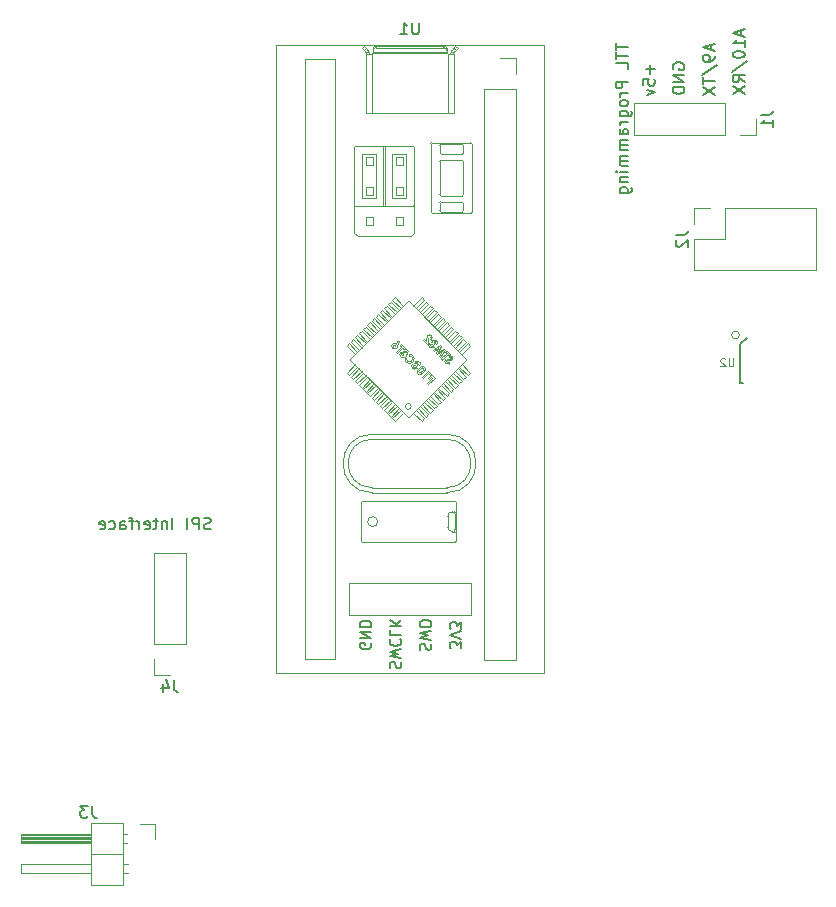
<source format=gbr>
%TF.GenerationSoftware,KiCad,Pcbnew,(5.1.9)-1*%
%TF.CreationDate,2021-06-17T08:41:36-07:00*%
%TF.ProjectId,knob_v1,6b6e6f62-5f76-4312-9e6b-696361645f70,rev?*%
%TF.SameCoordinates,Original*%
%TF.FileFunction,Legend,Bot*%
%TF.FilePolarity,Positive*%
%FSLAX46Y46*%
G04 Gerber Fmt 4.6, Leading zero omitted, Abs format (unit mm)*
G04 Created by KiCad (PCBNEW (5.1.9)-1) date 2021-06-17 08:41:36*
%MOMM*%
%LPD*%
G01*
G04 APERTURE LIST*
%ADD10C,0.120000*%
%ADD11C,0.127000*%
%ADD12C,0.100000*%
%ADD13C,0.150000*%
%ADD14C,0.015000*%
G04 APERTURE END LIST*
D10*
%TO.C,J1*%
X133410000Y-52130000D02*
X133410000Y-50800000D01*
X132080000Y-52130000D02*
X133410000Y-52130000D01*
X130810000Y-52130000D02*
X130810000Y-49470000D01*
X130810000Y-49470000D02*
X123130000Y-49470000D01*
X130810000Y-52130000D02*
X123130000Y-52130000D01*
X123130000Y-52130000D02*
X123130000Y-49470000D01*
D11*
%TO.C,U2*%
X132120000Y-73120000D02*
X132320000Y-73120000D01*
D12*
X132029200Y-69088000D02*
G75*
G03*
X132029200Y-69088000I-330200J0D01*
G01*
D11*
X132120000Y-69851090D02*
X132120000Y-73120000D01*
X132651090Y-69320000D02*
X132120000Y-69851090D01*
D10*
%TO.C,U1*%
X115515000Y-44545000D02*
X92765000Y-44545000D01*
X92765000Y-44545000D02*
X92765000Y-97695000D01*
X92765000Y-97695000D02*
X115515000Y-97695000D01*
X115515000Y-97695000D02*
X115515000Y-44545000D01*
X109280000Y-90110000D02*
X109280000Y-92770000D01*
X109280000Y-92770000D02*
X99000000Y-92770000D01*
X99000000Y-92770000D02*
X99000000Y-90110000D01*
X99000000Y-90110000D02*
X109280000Y-90110000D01*
X113090000Y-48260000D02*
X110430000Y-48260000D01*
X110430000Y-48260000D02*
X110430000Y-96580000D01*
X110430000Y-96580000D02*
X113090000Y-96580000D01*
X113090000Y-96580000D02*
X113090000Y-48260000D01*
X97790000Y-45720000D02*
X95250000Y-45720000D01*
X95250000Y-45720000D02*
X95250000Y-96520000D01*
X95250000Y-96520000D02*
X97790000Y-96520000D01*
X97790000Y-96520000D02*
X97790000Y-45720000D01*
X113090000Y-46990000D02*
X113090000Y-45660000D01*
X113090000Y-45660000D02*
X111760000Y-45660000D01*
X104062414Y-70845152D02*
X104204997Y-70866234D01*
X104204997Y-70866234D02*
X104299745Y-70928229D01*
X103710773Y-71061449D02*
X103744488Y-71259237D01*
X103744488Y-71259237D02*
X103835175Y-71388337D01*
X104391214Y-70829323D02*
X104217824Y-70725568D01*
X104217824Y-70725568D02*
X104059333Y-70708639D01*
X105664665Y-69509978D02*
X105679950Y-69358478D01*
X105679950Y-69358478D02*
X105732975Y-69252569D01*
X105872888Y-69251400D02*
X105897702Y-69297327D01*
X105897702Y-69297327D02*
X105894449Y-69349758D01*
X105894449Y-69349758D02*
X105851109Y-69419996D01*
X100443573Y-45261500D02*
X100448514Y-45269669D01*
X100448514Y-45269669D02*
X100450104Y-45270000D01*
X107836428Y-45261500D02*
X107831487Y-45269669D01*
X107831487Y-45269669D02*
X107829897Y-45270000D01*
X107426377Y-71403210D02*
X107335815Y-71413743D01*
X107335815Y-71413743D02*
X107301068Y-71404597D01*
X107301068Y-71404597D02*
X107271485Y-71384300D01*
X107347974Y-71105962D02*
X107241602Y-71124959D01*
X107241602Y-71124959D02*
X107171517Y-71172784D01*
X107477476Y-71113080D02*
X107405003Y-71108084D01*
X107405003Y-71108084D02*
X107347974Y-71105962D01*
X107617920Y-71116692D02*
X107539245Y-71116718D01*
X107539245Y-71116718D02*
X107477476Y-71113080D01*
X107652128Y-71100119D02*
X107634259Y-71112121D01*
X107634259Y-71112121D02*
X107617920Y-71116692D01*
X101406731Y-84892809D02*
G75*
G03*
X101406731Y-84892809I-425876J0D01*
G01*
X106388239Y-69861938D02*
X106428729Y-69790832D01*
X106428729Y-69790832D02*
X106441038Y-69727762D01*
X106441038Y-69727762D02*
X106420541Y-69627095D01*
X106420541Y-69627095D02*
X106373153Y-69561290D01*
X105908158Y-69866081D02*
X105932668Y-69848131D01*
X105932668Y-69848131D02*
X105961549Y-69838751D01*
X105961549Y-69838751D02*
X106021848Y-69843606D01*
X106021848Y-69843606D02*
X106123073Y-69909532D01*
X106211462Y-69821144D02*
X106159778Y-69742287D01*
X106159778Y-69742287D02*
X106154863Y-69695506D01*
X106154863Y-69695506D02*
X106161601Y-69672842D01*
X106161601Y-69672842D02*
X106175129Y-69653503D01*
X104255502Y-75138576D02*
G75*
G03*
X104255502Y-75138576I-250000J0D01*
G01*
X102984543Y-70206037D02*
X103042341Y-70117483D01*
X103042341Y-70117483D02*
X103071551Y-70039140D01*
X103627271Y-70365603D02*
X103577565Y-70445782D01*
X103577565Y-70445782D02*
X103564486Y-70519327D01*
X103715128Y-70944058D02*
X103777392Y-70835031D01*
X103777392Y-70835031D02*
X103780888Y-70735729D01*
X103780888Y-70735729D02*
X103873505Y-70713372D01*
X103873505Y-70713372D02*
X103934718Y-70670075D01*
X104391214Y-70829323D02*
X104217824Y-70725568D01*
X104217824Y-70725568D02*
X104059333Y-70708639D01*
X104062414Y-70845152D02*
X104204997Y-70866234D01*
X104204997Y-70866234D02*
X104299745Y-70928229D01*
X103710773Y-71061449D02*
X103744488Y-71259237D01*
X103744488Y-71259237D02*
X103835175Y-71388337D01*
X104926431Y-71650102D02*
X104966921Y-71578996D01*
X104966921Y-71578996D02*
X104979231Y-71515926D01*
X104979231Y-71515926D02*
X104958734Y-71415259D01*
X104958734Y-71415259D02*
X104911346Y-71349455D01*
X104446351Y-71654246D02*
X104470861Y-71636296D01*
X104470861Y-71636296D02*
X104499742Y-71626916D01*
X104499742Y-71626916D02*
X104560041Y-71631770D01*
X104560041Y-71631770D02*
X104661266Y-71697696D01*
X104749655Y-71609308D02*
X104697971Y-71530451D01*
X104697971Y-71530451D02*
X104693056Y-71483670D01*
X104693056Y-71483670D02*
X104699794Y-71461006D01*
X104699794Y-71461006D02*
X104713322Y-71441667D01*
X105395463Y-71977840D02*
X105387224Y-71853010D01*
X105387224Y-71853010D02*
X105332571Y-71770680D01*
X105332571Y-71770680D02*
X105280267Y-71729572D01*
X105280267Y-71729572D02*
X105218652Y-71704728D01*
X105218652Y-71704728D02*
X105152391Y-71700244D01*
X105152391Y-71700244D02*
X105087430Y-71714603D01*
X105087430Y-71714603D02*
X104971541Y-71779465D01*
X104971541Y-71779465D02*
X104871826Y-71867886D01*
X104871826Y-71867886D02*
X104783780Y-71967084D01*
X104783780Y-71967084D02*
X104718767Y-72082190D01*
X104718767Y-72082190D02*
X104703116Y-72146539D01*
X104703116Y-72146539D02*
X104705874Y-72212564D01*
X104705874Y-72212564D02*
X104730965Y-72273696D01*
X104730965Y-72273696D02*
X104772283Y-72325445D01*
X104772283Y-72325445D02*
X104823582Y-72366557D01*
X104823582Y-72366557D02*
X104883974Y-72392241D01*
X104883974Y-72392241D02*
X104949406Y-72397266D01*
X104949406Y-72397266D02*
X105013729Y-72383761D01*
X105013729Y-72383761D02*
X105128685Y-72320602D01*
X105128685Y-72320602D02*
X105227185Y-72233232D01*
X105227185Y-72233232D02*
X105339199Y-72101107D01*
X105339199Y-72101107D02*
X105395463Y-71977840D01*
X105872888Y-69251400D02*
X105897702Y-69297327D01*
X105897702Y-69297327D02*
X105894449Y-69349758D01*
X105894449Y-69349758D02*
X105851109Y-69419996D01*
X105664665Y-69509978D02*
X105679950Y-69358478D01*
X105679950Y-69358478D02*
X105732975Y-69252569D01*
X106388239Y-69861938D02*
X106428729Y-69790832D01*
X106428729Y-69790832D02*
X106441038Y-69727762D01*
X106441038Y-69727762D02*
X106420541Y-69627095D01*
X106420541Y-69627095D02*
X106373153Y-69561290D01*
X105908158Y-69866081D02*
X105932668Y-69848131D01*
X105932668Y-69848131D02*
X105961549Y-69838751D01*
X105961549Y-69838751D02*
X106021848Y-69843606D01*
X106021848Y-69843606D02*
X106123073Y-69909532D01*
X106211462Y-69821144D02*
X106159778Y-69742287D01*
X106159778Y-69742287D02*
X106154863Y-69695506D01*
X106154863Y-69695506D02*
X106161601Y-69672842D01*
X106161601Y-69672842D02*
X106175129Y-69653503D01*
X107652128Y-71100119D02*
X107634259Y-71112121D01*
X107634259Y-71112121D02*
X107617920Y-71116692D01*
X107617920Y-71116692D02*
X107539245Y-71116718D01*
X107539245Y-71116718D02*
X107477476Y-71113080D01*
X107477476Y-71113080D02*
X107405003Y-71108084D01*
X107405003Y-71108084D02*
X107347974Y-71105962D01*
X107347974Y-71105962D02*
X107241602Y-71124959D01*
X107241602Y-71124959D02*
X107171517Y-71172784D01*
X107426377Y-71403210D02*
X107335815Y-71413743D01*
X107335815Y-71413743D02*
X107301068Y-71404597D01*
X107301068Y-71404597D02*
X107271485Y-71384300D01*
X104967013Y-71963074D02*
X105088611Y-71862563D01*
X105088611Y-71862563D02*
X105162911Y-71837809D01*
X105162911Y-71837809D02*
X105201944Y-71842479D01*
X105201944Y-71842479D02*
X105235047Y-71863531D01*
X105235047Y-71863531D02*
X105257419Y-71897552D01*
X105257419Y-71897552D02*
X105263953Y-71937725D01*
X105263953Y-71937725D02*
X105236153Y-72013989D01*
X105236153Y-72013989D02*
X105130936Y-72139107D01*
X105130936Y-72139107D02*
X105011238Y-72236368D01*
X105011238Y-72236368D02*
X104937879Y-72258209D01*
X104937879Y-72258209D02*
X104899962Y-72251859D01*
X104899962Y-72251859D02*
X104867895Y-72230682D01*
X104846223Y-72136132D02*
X104904183Y-72032677D01*
X104904183Y-72032677D02*
X104967013Y-71963074D01*
X103627271Y-70365603D02*
X103577565Y-70445782D01*
X103577565Y-70445782D02*
X103564486Y-70519327D01*
X103780888Y-70735729D02*
X103873505Y-70713372D01*
X103873505Y-70713372D02*
X103934718Y-70670075D01*
X103715128Y-70944058D02*
X103777392Y-70835031D01*
X103777392Y-70835031D02*
X103780888Y-70735729D01*
X104749655Y-71609308D02*
X104697971Y-71530451D01*
X104697971Y-71530451D02*
X104693056Y-71483670D01*
X104693056Y-71483670D02*
X104699794Y-71461006D01*
X104699794Y-71461006D02*
X104713322Y-71441667D01*
X104446351Y-71654246D02*
X104470861Y-71636296D01*
X104470861Y-71636296D02*
X104499742Y-71626916D01*
X104499742Y-71626916D02*
X104560041Y-71631770D01*
X104560041Y-71631770D02*
X104661266Y-71697696D01*
X104979231Y-71515926D02*
X104958734Y-71415259D01*
X104958734Y-71415259D02*
X104911346Y-71349455D01*
X104926431Y-71650102D02*
X104966921Y-71578996D01*
X104966921Y-71578996D02*
X104979231Y-71515926D01*
X105395463Y-71977840D02*
X105387224Y-71853010D01*
X105387224Y-71853010D02*
X105332571Y-71770680D01*
X105227185Y-72233232D02*
X105339199Y-72101107D01*
X105339199Y-72101107D02*
X105395463Y-71977840D01*
X104772283Y-72325445D02*
X104823582Y-72366557D01*
X104823582Y-72366557D02*
X104883974Y-72392241D01*
X104883974Y-72392241D02*
X104949406Y-72397266D01*
X104949406Y-72397266D02*
X105013729Y-72383761D01*
X105013729Y-72383761D02*
X105128685Y-72320602D01*
X105128685Y-72320602D02*
X105227185Y-72233232D01*
X104871826Y-71867886D02*
X104783780Y-71967084D01*
X104783780Y-71967084D02*
X104718767Y-72082190D01*
X104718767Y-72082190D02*
X104703116Y-72146539D01*
X104703116Y-72146539D02*
X104705874Y-72212564D01*
X104705874Y-72212564D02*
X104730965Y-72273696D01*
X104730965Y-72273696D02*
X104772283Y-72325445D01*
X105332571Y-71770680D02*
X105280267Y-71729572D01*
X105280267Y-71729572D02*
X105218652Y-71704728D01*
X105218652Y-71704728D02*
X105152391Y-71700244D01*
X105152391Y-71700244D02*
X105087430Y-71714603D01*
X105087430Y-71714603D02*
X104971541Y-71779465D01*
X104971541Y-71779465D02*
X104871826Y-71867886D01*
X105235047Y-71863531D02*
X105257419Y-71897552D01*
X105257419Y-71897552D02*
X105263953Y-71937725D01*
X105263953Y-71937725D02*
X105236153Y-72013989D01*
X105236153Y-72013989D02*
X105130936Y-72139107D01*
X104967013Y-71963074D02*
X105088611Y-71862563D01*
X105088611Y-71862563D02*
X105162911Y-71837809D01*
X105162911Y-71837809D02*
X105201944Y-71842479D01*
X105201944Y-71842479D02*
X105235047Y-71863531D01*
X104846223Y-72136132D02*
X104904183Y-72032677D01*
X104904183Y-72032677D02*
X104967013Y-71963074D01*
X105130936Y-72139107D02*
X105011238Y-72236368D01*
X105011238Y-72236368D02*
X104937879Y-72258209D01*
X104937879Y-72258209D02*
X104899962Y-72251859D01*
X104899962Y-72251859D02*
X104867895Y-72230682D01*
X102984543Y-70206037D02*
X103042341Y-70117483D01*
X103042341Y-70117483D02*
X103071551Y-70039140D01*
X101300000Y-53770000D02*
X100100000Y-53770000D01*
X101300000Y-57510000D02*
X101300000Y-53770000D01*
X101870000Y-53149500D02*
X101870000Y-58180000D01*
X99530000Y-58180000D02*
X102070000Y-58180000D01*
X99430000Y-53200000D02*
X99430000Y-58080000D01*
X100100000Y-57510000D02*
X101300000Y-57510000D01*
X100100000Y-53770000D02*
X100100000Y-57510000D01*
X105694730Y-73220695D02*
X106225060Y-72690365D01*
X105599542Y-73125508D02*
X105694730Y-73220695D01*
X105837511Y-72887539D02*
X105599542Y-73125508D01*
X105674333Y-72724361D02*
X105837511Y-72887539D01*
X105769520Y-72629173D02*
X105674333Y-72724361D01*
X105932699Y-72792352D02*
X105769520Y-72629173D01*
X106034685Y-72690365D02*
X105932699Y-72792352D01*
X105871507Y-72527187D02*
X106034685Y-72690365D01*
X105966694Y-72431999D02*
X105871507Y-72527187D01*
X106225060Y-72690365D02*
X105966694Y-72431999D01*
X102070000Y-58180000D02*
X104410000Y-58180000D01*
X103840000Y-53770000D02*
X102640000Y-53770000D01*
X103840000Y-57510000D02*
X103840000Y-53770000D01*
X104410000Y-53100000D02*
X99530000Y-53100000D01*
X102640000Y-53770000D02*
X102640000Y-57510000D01*
X102070000Y-58180000D02*
X102070000Y-53100000D01*
X102640000Y-57510000D02*
X103840000Y-57510000D01*
X104510000Y-58080000D02*
X104510000Y-53200000D01*
X104511000Y-53492003D02*
X104511000Y-53681106D01*
X104511000Y-54304503D02*
X104511000Y-54349375D01*
X104511000Y-54221170D02*
X104511000Y-54255124D01*
X104059333Y-70708639D02*
X104062414Y-70845152D01*
X103849517Y-71058049D02*
X103710773Y-71061449D01*
X107523689Y-70739023D02*
X107238126Y-70453460D01*
X107238126Y-70453460D02*
X107142939Y-70548648D01*
X107142939Y-70548648D02*
X107238126Y-70643835D01*
X107238126Y-70643835D02*
X106802984Y-71078978D01*
X106802984Y-71078978D02*
X106898171Y-71174165D01*
X106898171Y-71174165D02*
X107333314Y-70739023D01*
X107333314Y-70739023D02*
X107428501Y-70834210D01*
X107428501Y-70834210D02*
X107523689Y-70739023D01*
X105851109Y-69419996D02*
X105946297Y-69515184D01*
X105527727Y-69500098D02*
X105519653Y-69618870D01*
X105519653Y-69618870D02*
X105341177Y-69440394D01*
X105341177Y-69440394D02*
X105252788Y-69528782D01*
X105252788Y-69528782D02*
X105606342Y-69882336D01*
X105606342Y-69882336D02*
X105654573Y-69834104D01*
X105654573Y-69834104D02*
X105664665Y-69509978D01*
X107252050Y-77912588D02*
X100952050Y-77912588D01*
X100952050Y-82012588D02*
X107252050Y-82012588D01*
X100952050Y-77487588D02*
X107252050Y-77487588D01*
X107252050Y-82437588D02*
X100952050Y-82437588D01*
X107240000Y-45105431D02*
X101040000Y-45105431D01*
X107240000Y-44824789D02*
X107240000Y-45170000D01*
X101290000Y-44763395D02*
X106990000Y-44763395D01*
X101040000Y-44824789D02*
X101040000Y-45170000D01*
X101290000Y-44763395D02*
X101290000Y-44620000D01*
X106990000Y-44763395D02*
X106990000Y-44620000D01*
X101290000Y-44620000D02*
X106990000Y-44620000D01*
X101001536Y-45248825D02*
X107278465Y-45248825D01*
X107340000Y-45270000D02*
X107336411Y-45269936D01*
X100940000Y-45270000D02*
X100943590Y-45269936D01*
X100943590Y-45269936D02*
X100943590Y-50280000D01*
X100450104Y-45270000D02*
X100940000Y-45270000D01*
X100443590Y-45264425D02*
X100443573Y-45261500D01*
X100443590Y-45264425D02*
X100443590Y-50270000D01*
X107829897Y-45270000D02*
X107340000Y-45270000D01*
X100443590Y-50270000D02*
X107836411Y-50270000D01*
X107836411Y-45264425D02*
X107836411Y-50270000D01*
X107836411Y-45264425D02*
X107836428Y-45261500D01*
X107336411Y-45269936D02*
X107336411Y-50280000D01*
X100689989Y-50280000D02*
X107590012Y-50280000D01*
X100680729Y-45170000D02*
X100425073Y-45170000D01*
X100689989Y-45270000D02*
X100689989Y-45265785D01*
X107590012Y-45270000D02*
X107590012Y-45265785D01*
X107599272Y-45170000D02*
X107854928Y-45170000D01*
X100565143Y-44935241D02*
X100287388Y-44620000D01*
X100267785Y-44970469D02*
X100452660Y-44807578D01*
X100287388Y-44620000D02*
X100102513Y-44782892D01*
X100102513Y-44782892D02*
X100381167Y-45099153D01*
X108177488Y-44782892D02*
X107898834Y-45099153D01*
X107992613Y-44620000D02*
X108177488Y-44782892D01*
X107714858Y-44935241D02*
X107992613Y-44620000D01*
X108012216Y-44970469D02*
X107827341Y-44807578D01*
X106002467Y-52792277D02*
X109302467Y-52792277D01*
X109302467Y-58792277D02*
X106002467Y-58792277D01*
X109402467Y-52892277D02*
X109402467Y-58692277D01*
X105902467Y-58692277D02*
X105902467Y-52892277D01*
X108652467Y-53692277D02*
X108652467Y-53042277D01*
X106652467Y-53042277D02*
X106652467Y-53692277D01*
X108552467Y-52942277D02*
X106752467Y-52942277D01*
X106752467Y-53792277D02*
X108552467Y-53792277D01*
X106652467Y-54392277D02*
X106652467Y-57192277D01*
X108652467Y-57192277D02*
X108652467Y-54392277D01*
X108552467Y-54292277D02*
X106752467Y-54292277D01*
X106752467Y-57292277D02*
X108552467Y-57292277D01*
X108652467Y-58542277D02*
X108652467Y-57892277D01*
X106752467Y-58642277D02*
X108552467Y-58642277D01*
X108552467Y-57792277D02*
X106752467Y-57792277D01*
X106652467Y-57892277D02*
X106652467Y-58542277D01*
X105997983Y-52792378D02*
X106002467Y-52792277D01*
X107459841Y-71537174D02*
X107426377Y-71403210D01*
X107507222Y-70864275D02*
X107513278Y-71000576D01*
X107739226Y-84051767D02*
X107925812Y-84051767D01*
X107925812Y-85733851D02*
X107739226Y-85733851D01*
X107339226Y-84451767D02*
X107339226Y-85333851D01*
X108032280Y-83242190D02*
X108032282Y-83242809D01*
X107948200Y-85533851D02*
X107948200Y-84251767D01*
X108032282Y-83242809D02*
X108032282Y-86542809D01*
X100131663Y-83142811D02*
X100132282Y-83142809D01*
X107932282Y-83142809D02*
X107932900Y-83142811D01*
X107932282Y-83142809D02*
X100132282Y-83142809D01*
X100032282Y-83242809D02*
X100032283Y-83242190D01*
X100032282Y-83242809D02*
X100032282Y-86542809D01*
X107932900Y-86642807D02*
X107932282Y-86642809D01*
X107932282Y-86642809D02*
X100132282Y-86642809D01*
X100132282Y-86642809D02*
X100131663Y-86642807D01*
X101532282Y-83132809D02*
X101032282Y-83132809D01*
X106532282Y-83132809D02*
X107032282Y-83132809D01*
X100131334Y-86642804D02*
X100132282Y-86642809D01*
X102428528Y-53099000D02*
X102617631Y-53099000D01*
X100381802Y-56591801D02*
X100381802Y-57228198D01*
X101018199Y-54688198D02*
X101018199Y-54051801D01*
X102921802Y-59131801D02*
X102921802Y-59768198D01*
X103558199Y-59131801D02*
X102921802Y-59131801D01*
X100381802Y-54051801D02*
X100381802Y-54688198D01*
X102921802Y-56591801D02*
X102921802Y-57228198D01*
X103558199Y-56591801D02*
X102921802Y-56591801D01*
X103558199Y-57228198D02*
X103558199Y-56591801D01*
X100381802Y-54688198D02*
X101018199Y-54688198D01*
X101018199Y-57228198D02*
X101018199Y-56591801D01*
X103558199Y-59768198D02*
X103558199Y-59131801D01*
X101018199Y-59768198D02*
X101018199Y-59131801D01*
X101018199Y-56591801D02*
X100381802Y-56591801D01*
X100381802Y-59131801D02*
X100381802Y-59768198D01*
X101018199Y-59131801D02*
X100381802Y-59131801D01*
X102921802Y-59768198D02*
X103558199Y-59768198D01*
X100381802Y-59768198D02*
X101018199Y-59768198D01*
X102921802Y-54688198D02*
X103558199Y-54688198D01*
X103558199Y-54688198D02*
X103558199Y-54051801D01*
X104210000Y-60720000D02*
X99730000Y-60720000D01*
X99430000Y-60420000D02*
X99430000Y-58480000D01*
X99730000Y-60720000D02*
X99430000Y-60420000D01*
X99430000Y-58480000D02*
X99430000Y-58080000D01*
X104510000Y-58080000D02*
X104510000Y-58480000D01*
X104510000Y-60420000D02*
X104210000Y-60720000D01*
X104510000Y-58480000D02*
X104510000Y-60420000D01*
X102921802Y-57228198D02*
X103558199Y-57228198D01*
X100381802Y-57228198D02*
X101018199Y-57228198D01*
X102921802Y-54051801D02*
X102921802Y-54688198D01*
X103558199Y-54051801D02*
X102921802Y-54051801D01*
X101018199Y-54051801D02*
X100381802Y-54051801D01*
X106293051Y-69766751D02*
X106388239Y-69861938D01*
X106177466Y-70127103D02*
X106082279Y-70031916D01*
X106123073Y-69909532D02*
X106211462Y-69821144D01*
X105667534Y-72132839D02*
X105137203Y-72663169D01*
X106584138Y-70860132D02*
X106680600Y-70956594D01*
X106680600Y-70956594D02*
X107121373Y-70336707D01*
X106862582Y-70468652D02*
X106584138Y-70860132D01*
X106417985Y-70693979D02*
X106862582Y-70468652D01*
X106325134Y-70601128D02*
X106417985Y-70693979D01*
X106549823Y-70155893D02*
X106325134Y-70601128D01*
X106158238Y-70434231D02*
X106549823Y-70155893D01*
X106061882Y-70337875D02*
X106158238Y-70434231D01*
X106681875Y-69897209D02*
X106061882Y-70337875D01*
X106779718Y-69995052D02*
X106681875Y-69897209D01*
X106531657Y-70486818D02*
X106779718Y-69995052D01*
X107022574Y-70237907D02*
X106531657Y-70486818D01*
X107121373Y-70336707D02*
X107022574Y-70237907D01*
X105783118Y-72425200D02*
X105814670Y-72279976D01*
X105674333Y-72316415D02*
X105783118Y-72425200D01*
X105232391Y-72758356D02*
X105674333Y-72316415D01*
X105137203Y-72663169D02*
X105232391Y-72758356D01*
X105814670Y-72279976D02*
X105667534Y-72132839D01*
X104055502Y-76038324D02*
X103955502Y-76038324D01*
X108905250Y-71188576D02*
X104055502Y-76038324D01*
X104055502Y-66238829D02*
X108905250Y-71088576D01*
X99105755Y-71188576D02*
X103955502Y-76038324D01*
X99105755Y-71088576D02*
X103955502Y-66238829D01*
X108905250Y-71188576D02*
X108905250Y-71088576D01*
X103955502Y-66238829D02*
X104055502Y-66238829D01*
X99105755Y-71088576D02*
X99105755Y-71188576D01*
X108177432Y-73330607D02*
X107470326Y-72623500D01*
X107823879Y-73684161D02*
X107116772Y-72977054D01*
X101813471Y-75310506D02*
X102520578Y-74603399D01*
X107611747Y-68380860D02*
X106904640Y-69087967D01*
X109025961Y-72482079D02*
X108318854Y-71774972D01*
X99833572Y-68946545D02*
X100540679Y-69653652D01*
X101601339Y-67178778D02*
X102308446Y-67885885D01*
X100045704Y-73542739D02*
X100752811Y-72835632D01*
X107823879Y-68592992D02*
X107116772Y-69300099D01*
X102874132Y-76371166D02*
X103581238Y-75664060D01*
X101601339Y-75098374D02*
X102308446Y-74391267D01*
X107116772Y-67885885D02*
X106409666Y-68592992D01*
X100045704Y-68734413D02*
X100752811Y-69441520D01*
X99126466Y-69653652D02*
X99833572Y-70360759D01*
X109238093Y-72269947D02*
X108530986Y-71562840D01*
X98985044Y-69795073D02*
X99692151Y-70502180D01*
X106197533Y-66966646D02*
X105490427Y-67673753D01*
X101106365Y-74603399D02*
X101813471Y-73896293D01*
X105490427Y-76017613D02*
X104783320Y-75310506D01*
X105136873Y-76371166D02*
X104429767Y-75664060D01*
X105490427Y-66259539D02*
X104783320Y-66966646D01*
X102874132Y-65905986D02*
X103581238Y-66613093D01*
X106409666Y-67178778D02*
X105702559Y-67885885D01*
X101459918Y-74956953D02*
X102167025Y-74249846D01*
X102520578Y-76017613D02*
X103227685Y-75310506D01*
X106904640Y-67673753D02*
X106197533Y-68380860D01*
X101813471Y-66966646D02*
X102520578Y-67673753D01*
X107965300Y-68734413D02*
X107258194Y-69441520D01*
X98772912Y-70007205D02*
X99480019Y-70714312D01*
X102167025Y-75664060D02*
X102874132Y-74956953D01*
X105702559Y-75805481D02*
X104995452Y-75098374D01*
X106551087Y-67320200D02*
X105843980Y-68027306D01*
X102308446Y-66471671D02*
X103015553Y-67178778D01*
X100399258Y-73896293D02*
X101106365Y-73189186D01*
X105349005Y-76159034D02*
X104641899Y-75451928D01*
X98985044Y-72482079D02*
X99692151Y-71774972D01*
X98772912Y-72269947D02*
X99480019Y-71562840D01*
X99338598Y-69441520D02*
X100045704Y-70148627D01*
X99833572Y-73330607D02*
X100540679Y-72623500D01*
X105843980Y-75664060D02*
X105136873Y-74956953D01*
X102167025Y-66613093D02*
X102874132Y-67320200D01*
X107116772Y-74391267D02*
X106409666Y-73684161D01*
X101106365Y-67673753D02*
X101813471Y-68380860D01*
X100894233Y-67885885D02*
X101601339Y-68592992D01*
X102308446Y-75805481D02*
X103015553Y-75098374D01*
X107470326Y-74037714D02*
X106763219Y-73330607D01*
X108884539Y-69653652D02*
X108177432Y-70360759D01*
X100752811Y-74249846D02*
X101459918Y-73542739D01*
X106056112Y-66825225D02*
X105349005Y-67532332D01*
X100187126Y-73684161D02*
X100894233Y-72977054D01*
X106763219Y-67532332D02*
X106056112Y-68239438D01*
X106904640Y-74603399D02*
X106197533Y-73896293D01*
X100540679Y-68239438D02*
X101247786Y-68946545D01*
X100399258Y-68380860D02*
X101106365Y-69087967D01*
X100187126Y-68592992D02*
X100894233Y-69300099D01*
X108884539Y-72623500D02*
X108177432Y-71916394D01*
X106409666Y-75098374D02*
X105702559Y-74391267D01*
X105843980Y-66613093D02*
X105136873Y-67320200D01*
X101247786Y-67532332D02*
X101954893Y-68239438D01*
X107965300Y-73542739D02*
X107258194Y-72835632D01*
X107258194Y-68027306D02*
X106551087Y-68734413D01*
X99480019Y-69300099D02*
X100187126Y-70007205D01*
X109025961Y-69795073D02*
X108318854Y-70502180D01*
X105349005Y-66118118D02*
X104641899Y-66825225D01*
X108530986Y-72977054D02*
X107823879Y-72269947D01*
X108672407Y-72835632D02*
X107965300Y-72128526D01*
X99692151Y-73189186D02*
X100399258Y-72482079D01*
X108318854Y-69087967D02*
X107611747Y-69795073D01*
X107611747Y-73896293D02*
X106904640Y-73189186D01*
X101954893Y-66825225D02*
X102662000Y-67532332D01*
X106197533Y-75310506D02*
X105490427Y-74603399D01*
X101459918Y-67320200D02*
X102167025Y-68027306D01*
X107470326Y-68239438D02*
X106763219Y-68946545D01*
X106763219Y-74744821D02*
X106056112Y-74037714D01*
X106056112Y-75451928D02*
X105349005Y-74744821D01*
X100540679Y-74037714D02*
X101247786Y-73330607D01*
X101954893Y-75451928D02*
X102662000Y-74744821D01*
X105136873Y-65905986D02*
X104429767Y-66613093D01*
X108672407Y-69441520D02*
X107965300Y-70148627D01*
X99338598Y-72835632D02*
X100045704Y-72128526D01*
X101247786Y-74744821D02*
X101954893Y-74037714D01*
X108177432Y-68946545D02*
X107470326Y-69653652D01*
X102662000Y-76159034D02*
X103369106Y-75451928D01*
X99480019Y-72977054D02*
X100187126Y-72269947D01*
X105702559Y-66471671D02*
X104995452Y-67178778D01*
X102662000Y-66118118D02*
X103369106Y-66825225D01*
X108530986Y-69300099D02*
X107823879Y-70007205D01*
X107258194Y-74249846D02*
X106551087Y-73542739D01*
X99692151Y-69087967D02*
X100399258Y-69795073D01*
X108318854Y-73189186D02*
X107611747Y-72482079D01*
X100894233Y-74391267D02*
X101601339Y-73684161D01*
X102520578Y-66259539D02*
X103227685Y-66966646D01*
X106551087Y-74956953D02*
X105843980Y-74249846D01*
X100752811Y-68027306D02*
X101459918Y-68734413D01*
X99126466Y-72623500D02*
X99833572Y-71916394D01*
X109238093Y-70007205D02*
X108530986Y-70714312D01*
X101247786Y-74744821D02*
X101459918Y-74956953D01*
X108672407Y-72835632D02*
X108884539Y-72623500D01*
X106551087Y-74956953D02*
X106763219Y-74744821D01*
X101601339Y-67178778D02*
X101813471Y-66966646D01*
X106551087Y-67320200D02*
X106763219Y-67532332D01*
X99126466Y-69653652D02*
X99338598Y-69441520D01*
X101601339Y-75098374D02*
X101813471Y-75310506D01*
X99833572Y-73330607D02*
X100045704Y-73542739D01*
X106904640Y-74603399D02*
X107116772Y-74391267D01*
X99480019Y-72977054D02*
X99692151Y-73189186D01*
X105843980Y-75664060D02*
X106056112Y-75451928D01*
X109025961Y-69795073D02*
X109238093Y-70007205D01*
X106197533Y-66966646D02*
X106409666Y-67178778D01*
X98772912Y-72269947D02*
X98985044Y-72482079D01*
X109025961Y-72482079D02*
X109238093Y-72269947D01*
X107611747Y-68380860D02*
X107823879Y-68592992D01*
X101954893Y-75451928D02*
X102167025Y-75664060D01*
X107611747Y-73896293D02*
X107823879Y-73684161D01*
X100187126Y-68592992D02*
X100399258Y-68380860D01*
X101954893Y-66825225D02*
X102167025Y-66613093D01*
X101247786Y-67532332D02*
X101459918Y-67320200D01*
X99480019Y-69300099D02*
X99692151Y-69087967D01*
X105490427Y-66259539D02*
X105702559Y-66471671D01*
X106197533Y-75310506D02*
X106409666Y-75098374D01*
X99833572Y-68946545D02*
X100045704Y-68734413D01*
X100187126Y-73684161D02*
X100399258Y-73896293D01*
X100540679Y-68239438D02*
X100752811Y-68027306D01*
X107258194Y-68027306D02*
X107470326Y-68239438D01*
X107965300Y-68734413D02*
X108177432Y-68946545D01*
X98772912Y-70007205D02*
X98985044Y-69795073D01*
X108318854Y-69087967D02*
X108530986Y-69300099D01*
X100894233Y-74391267D02*
X101106365Y-74603399D01*
X102662000Y-66118118D02*
X102874132Y-65905986D01*
X100894233Y-67885885D02*
X101106365Y-67673753D01*
X107965300Y-73542739D02*
X108177432Y-73330607D01*
X102662000Y-76159034D02*
X102874132Y-76371166D01*
X105843980Y-66613093D02*
X106056112Y-66825225D01*
X100540679Y-74037714D02*
X100752811Y-74249846D01*
X105490427Y-76017613D02*
X105702559Y-75805481D01*
X102308446Y-66471671D02*
X102520578Y-66259539D01*
X108318854Y-73189186D02*
X108530986Y-72977054D01*
X99126466Y-72623500D02*
X99338598Y-72835632D01*
X107258194Y-74249846D02*
X107470326Y-74037714D01*
X105136873Y-65905986D02*
X105349005Y-66118118D01*
X106904640Y-67673753D02*
X107116772Y-67885885D01*
X102308446Y-75805481D02*
X102520578Y-76017613D01*
X108672407Y-69441520D02*
X108884539Y-69653652D01*
X105136873Y-76371166D02*
X105349005Y-76159034D01*
X103600606Y-70256286D02*
X103695793Y-70161099D01*
X103505419Y-70161099D02*
X103600606Y-70256286D01*
X103070276Y-70596241D02*
X103505419Y-70161099D01*
X102975088Y-70501054D02*
X103070276Y-70596241D01*
X103410231Y-70065911D02*
X102975088Y-70501054D01*
X103315044Y-69970724D02*
X103410231Y-70065911D01*
X103410231Y-69875536D02*
X103315044Y-69970724D01*
X103695793Y-70161099D02*
X103410231Y-69875536D01*
X104661266Y-71697696D02*
X104749655Y-71609308D01*
X104715659Y-71915267D02*
X104620472Y-71820080D01*
X104831244Y-71554915D02*
X104926431Y-71650102D01*
X103201584Y-69639692D02*
X103074632Y-69598154D01*
X103074632Y-69598154D02*
X102985393Y-69872243D01*
X103071551Y-70039140D02*
X103201584Y-69639692D01*
X106752467Y-53792277D02*
X106652467Y-53692277D01*
X99530000Y-53100000D02*
G75*
G03*
X99430000Y-53200000I0J-100000D01*
G01*
X99430001Y-58080000D02*
G75*
G03*
X99530000Y-58179999I99999J0D01*
G01*
X104510000Y-53200000D02*
G75*
G03*
X104410000Y-53100000I-100000J0D01*
G01*
X104410000Y-58180000D02*
G75*
G03*
X104510000Y-58080000I0J100000D01*
G01*
X104295177Y-71288689D02*
G75*
G03*
X104299745Y-70928229I-172075J182440D01*
G01*
X103930787Y-71293574D02*
G75*
G03*
X104295177Y-71288688I179915J172477D01*
G01*
X103849517Y-71058049D02*
G75*
G03*
X103930787Y-71293574I288568J-32211D01*
G01*
X103835175Y-71388337D02*
G75*
G03*
X104390152Y-71384088I275521J259124D01*
G01*
X104390152Y-71384088D02*
G75*
G03*
X104391214Y-70829323I-267339J277896D01*
G01*
X105946297Y-69515184D02*
G75*
G03*
X105962657Y-69150794I-162874J189875D01*
G01*
X105962658Y-69150794D02*
G75*
G03*
X105644480Y-69150688I-159141J-155962D01*
G01*
X105644481Y-69150688D02*
G75*
G03*
X105527727Y-69500098I396693J-326764D01*
G01*
X105872887Y-69251400D02*
G75*
G03*
X105732975Y-69252569I-69414J-65451D01*
G01*
X107252050Y-82012588D02*
G75*
G03*
X107252050Y-77912588I0J2050000D01*
G01*
X100952050Y-77912588D02*
G75*
G03*
X100952050Y-82012588I0J-2050000D01*
G01*
X100952050Y-77487588D02*
G75*
G03*
X100952050Y-82437588I0J-2475000D01*
G01*
X107252050Y-82437588D02*
G75*
G03*
X107252050Y-77487588I0J2475000D01*
G01*
X107240000Y-44968182D02*
G75*
G03*
X106990000Y-44763395I-229438J-25102D01*
G01*
X101290000Y-44763395D02*
G75*
G03*
X101040001Y-44968183I-20561J-229889D01*
G01*
X101290000Y-44620001D02*
G75*
G03*
X101040001Y-44824789I-20561J-229889D01*
G01*
X107240001Y-44824788D02*
G75*
G03*
X106990000Y-44620000I-229439J-25102D01*
G01*
X100943590Y-45269937D02*
G75*
G03*
X101040001Y-45170000I-3590J99937D01*
G01*
X107240000Y-45170001D02*
G75*
G03*
X107336411Y-45269936I100000J1D01*
G01*
X100689989Y-45265785D02*
G75*
G03*
X100565143Y-44935241I-500000J0D01*
G01*
X100443573Y-45261500D02*
G75*
G03*
X100381167Y-45099153I-249983J-2925D01*
G01*
X107898834Y-45099153D02*
G75*
G03*
X107836428Y-45261500I187577J-165272D01*
G01*
X107714858Y-44935241D02*
G75*
G03*
X107590012Y-45265785I375154J-330544D01*
G01*
X109302467Y-58792277D02*
G75*
G03*
X109402467Y-58692277I0J100000D01*
G01*
X106002467Y-52792277D02*
G75*
G03*
X105902467Y-52892277I0J-100000D01*
G01*
X109402467Y-52892277D02*
G75*
G03*
X109302467Y-52792277I-100000J0D01*
G01*
X105902467Y-58692277D02*
G75*
G03*
X106002467Y-58792277I100000J0D01*
G01*
X108552467Y-53792277D02*
G75*
G03*
X108652467Y-53692277I0J100000D01*
G01*
X106752467Y-52942277D02*
G75*
G03*
X106652467Y-53042277I0J-100000D01*
G01*
X108652467Y-53042277D02*
G75*
G03*
X108552467Y-52942277I-100000J0D01*
G01*
X106652467Y-57192277D02*
G75*
G03*
X106752467Y-57292277I100000J0D01*
G01*
X108652467Y-54392277D02*
G75*
G03*
X108552467Y-54292277I-100000J0D01*
G01*
X106752467Y-54292277D02*
G75*
G03*
X106652467Y-54392277I0J-100000D01*
G01*
X108552467Y-57292277D02*
G75*
G03*
X108652467Y-57192277I0J100000D01*
G01*
X108552467Y-58642277D02*
G75*
G03*
X108652467Y-58542277I0J100000D01*
G01*
X106652467Y-58542277D02*
G75*
G03*
X106752467Y-58642277I100000J0D01*
G01*
X106752467Y-57792277D02*
G75*
G03*
X106652467Y-57892277I0J-100000D01*
G01*
X108652467Y-57892277D02*
G75*
G03*
X108552467Y-57792277I-100000J0D01*
G01*
X107738073Y-70926211D02*
G75*
G03*
X107507222Y-70864275I-175251J-192017D01*
G01*
X107742748Y-71199875D02*
G75*
G03*
X107738073Y-70926210I-136546J134540D01*
G01*
X107422977Y-71252355D02*
G75*
G03*
X107742747Y-71199874I108634J338518D01*
G01*
X107422977Y-71252355D02*
G75*
G03*
X107261180Y-71273496I-55616J-204064D01*
G01*
X107261180Y-71273497D02*
G75*
G03*
X107271485Y-71384300I61156J-50193D01*
G01*
X107179803Y-71482993D02*
G75*
G03*
X107459841Y-71537174I179110J174957D01*
G01*
X107171517Y-71172784D02*
G75*
G03*
X107179803Y-71482993I148378J-151252D01*
G01*
X107652128Y-71100118D02*
G75*
G03*
X107643948Y-71022460I-43125J34717D01*
G01*
X107643947Y-71022461D02*
G75*
G03*
X107513278Y-71000576I-84783J-105181D01*
G01*
X107739226Y-84051767D02*
G75*
G03*
X107339226Y-84451767I0J-400000D01*
G01*
X107339226Y-85333851D02*
G75*
G03*
X107739226Y-85733851I400000J0D01*
G01*
X100032284Y-86543428D02*
G75*
G03*
X100131663Y-86642807I99998J619D01*
G01*
X108032280Y-83242189D02*
G75*
G03*
X107932900Y-83142811I-99998J-620D01*
G01*
X107932901Y-86642807D02*
G75*
G03*
X108032280Y-86543428I-619J99998D01*
G01*
X100131663Y-83142810D02*
G75*
G03*
X100032283Y-83242190I619J-99999D01*
G01*
X107948199Y-84251767D02*
G75*
G03*
X107925812Y-84051767I-463456J49374D01*
G01*
X107925812Y-85733851D02*
G75*
G03*
X107948200Y-85533851I-422948J148598D01*
G01*
X106373154Y-69561290D02*
G75*
G03*
X106085997Y-69552260I-148001J-136123D01*
G01*
X106085997Y-69552261D02*
G75*
G03*
X106045840Y-69734349I122238J-122430D01*
G01*
X106045839Y-69734349D02*
G75*
G03*
X105812014Y-69771850I-92758J-169355D01*
G01*
X105812014Y-69771851D02*
G75*
G03*
X105824232Y-70127422I176854J-171918D01*
G01*
X105824231Y-70127422D02*
G75*
G03*
X106177466Y-70127103I176465J169651D01*
G01*
X105914214Y-70027029D02*
G75*
G03*
X106082279Y-70031916I86530J83460D01*
G01*
X105908158Y-69866081D02*
G75*
G03*
X105914214Y-70027029I79814J-77585D01*
G01*
X106278603Y-69657116D02*
G75*
G03*
X106175129Y-69653503I-53417J-46311D01*
G01*
X106293051Y-69766751D02*
G75*
G03*
X106278603Y-69657115I-80733J45131D01*
G01*
X102985393Y-69872243D02*
G75*
G03*
X102657443Y-69880423I-159994J-163695D01*
G01*
X102657442Y-69880423D02*
G75*
G03*
X102654681Y-70207843I159052J-165063D01*
G01*
X102654680Y-70207842D02*
G75*
G03*
X102984543Y-70206037I164030J165584D01*
G01*
X103564485Y-70519327D02*
G75*
G03*
X103354776Y-70583706I-46184J-223304D01*
G01*
X103354776Y-70583706D02*
G75*
G03*
X103371561Y-70924723I161978J-162949D01*
G01*
X103371562Y-70924723D02*
G75*
G03*
X103715128Y-70944058I180054J137298D01*
G01*
X103934718Y-70670076D02*
G75*
G03*
X103929619Y-70367728I-143427J148798D01*
G01*
X103929619Y-70367727D02*
G75*
G03*
X103627271Y-70365603I-152180J-142157D01*
G01*
X104831244Y-71554915D02*
G75*
G03*
X104816796Y-71445279I-80733J45131D01*
G01*
X104911345Y-71349455D02*
G75*
G03*
X104624190Y-71340425I-148000J-136122D01*
G01*
X104624190Y-71340425D02*
G75*
G03*
X104584033Y-71522513I122238J-122430D01*
G01*
X104584032Y-71522513D02*
G75*
G03*
X104350207Y-71560014I-92758J-169355D01*
G01*
X104350208Y-71560015D02*
G75*
G03*
X104362424Y-71915586I176853J-171919D01*
G01*
X104362425Y-71915586D02*
G75*
G03*
X104715659Y-71915267I176464J169650D01*
G01*
X104452407Y-71815193D02*
G75*
G03*
X104620472Y-71820080I86530J83460D01*
G01*
X104446351Y-71654245D02*
G75*
G03*
X104452406Y-71815193I79814J-77585D01*
G01*
X104816796Y-71445280D02*
G75*
G03*
X104713322Y-71441667I-53417J-46311D01*
G01*
X102901573Y-69965200D02*
G75*
G03*
X102758048Y-69970193I-69397J-70493D01*
G01*
X102894029Y-70106174D02*
G75*
G03*
X102901573Y-69965200I-64740J74153D01*
G01*
X102751674Y-70114460D02*
G75*
G03*
X102894030Y-70106175I67058J74927D01*
G01*
X102758049Y-69970192D02*
G75*
G03*
X102751674Y-70114461I67280J-75248D01*
G01*
X103717891Y-70465359D02*
G75*
G03*
X103712579Y-70585830I53569J-62715D01*
G01*
X103712579Y-70585831D02*
G75*
G03*
X103832732Y-70581687I58093J59580D01*
G01*
X103832732Y-70581688D02*
G75*
G03*
X103836769Y-70465252I-52612J60112D01*
G01*
X103836768Y-70465253D02*
G75*
G03*
X103717891Y-70465359I-59390J-54157D01*
G01*
X103456443Y-70672413D02*
G75*
G03*
X103467705Y-70830492I76930J-73960D01*
G01*
X103467705Y-70830491D02*
G75*
G03*
X103628546Y-70840265I85101J72131D01*
G01*
X103628546Y-70840265D02*
G75*
G03*
X103616116Y-70679743I-85459J74125D01*
G01*
X103616116Y-70679743D02*
G75*
G03*
X103456444Y-70672413I-83381J-73551D01*
G01*
X104846223Y-72136132D02*
G75*
G03*
X104867895Y-72230682I86999J-29818D01*
G01*
%TO.C,J4*%
X82490000Y-97850000D02*
X83820000Y-97850000D01*
X82490000Y-96520000D02*
X82490000Y-97850000D01*
X82490000Y-95250000D02*
X85150000Y-95250000D01*
X85150000Y-95250000D02*
X85150000Y-87570000D01*
X82490000Y-95250000D02*
X82490000Y-87570000D01*
X82490000Y-87570000D02*
X85150000Y-87570000D01*
%TO.C,J3*%
X82550000Y-110490000D02*
X81280000Y-110490000D01*
X82550000Y-111760000D02*
X82550000Y-110490000D01*
X80237071Y-114680000D02*
X79840000Y-114680000D01*
X80237071Y-113920000D02*
X79840000Y-113920000D01*
X71180000Y-114680000D02*
X77180000Y-114680000D01*
X71180000Y-113920000D02*
X71180000Y-114680000D01*
X77180000Y-113920000D02*
X71180000Y-113920000D01*
X79840000Y-113030000D02*
X77180000Y-113030000D01*
X80170000Y-112140000D02*
X79840000Y-112140000D01*
X80170000Y-111380000D02*
X79840000Y-111380000D01*
X77180000Y-112040000D02*
X71180000Y-112040000D01*
X77180000Y-111920000D02*
X71180000Y-111920000D01*
X77180000Y-111800000D02*
X71180000Y-111800000D01*
X77180000Y-111680000D02*
X71180000Y-111680000D01*
X77180000Y-111560000D02*
X71180000Y-111560000D01*
X77180000Y-111440000D02*
X71180000Y-111440000D01*
X71180000Y-112140000D02*
X77180000Y-112140000D01*
X71180000Y-111380000D02*
X71180000Y-112140000D01*
X77180000Y-111380000D02*
X71180000Y-111380000D01*
X77180000Y-110430000D02*
X79840000Y-110430000D01*
X77180000Y-115630000D02*
X77180000Y-110430000D01*
X79840000Y-115630000D02*
X77180000Y-115630000D01*
X79840000Y-110430000D02*
X79840000Y-115630000D01*
%TO.C,J2*%
X128210000Y-58360000D02*
X128210000Y-59690000D01*
X129540000Y-58360000D02*
X128210000Y-58360000D01*
X128210000Y-60960000D02*
X128210000Y-63560000D01*
X130810000Y-60960000D02*
X128210000Y-60960000D01*
X130810000Y-58360000D02*
X130810000Y-60960000D01*
X128210000Y-63560000D02*
X138490000Y-63560000D01*
X130810000Y-58360000D02*
X138490000Y-58360000D01*
X138490000Y-58360000D02*
X138490000Y-63560000D01*
%TO.C,J1*%
D13*
X133862380Y-50466666D02*
X134576666Y-50466666D01*
X134719523Y-50419047D01*
X134814761Y-50323809D01*
X134862380Y-50180952D01*
X134862380Y-50085714D01*
X134862380Y-51466666D02*
X134862380Y-50895238D01*
X134862380Y-51180952D02*
X133862380Y-51180952D01*
X134005238Y-51085714D01*
X134100476Y-50990476D01*
X134148095Y-50895238D01*
X121582380Y-44395238D02*
X121582380Y-44966666D01*
X122582380Y-44680952D02*
X121582380Y-44680952D01*
X121582380Y-45157142D02*
X121582380Y-45728571D01*
X122582380Y-45442857D02*
X121582380Y-45442857D01*
X122582380Y-46538095D02*
X122582380Y-46061904D01*
X121582380Y-46061904D01*
X122582380Y-47633333D02*
X121582380Y-47633333D01*
X121582380Y-48014285D01*
X121630000Y-48109523D01*
X121677619Y-48157142D01*
X121772857Y-48204761D01*
X121915714Y-48204761D01*
X122010952Y-48157142D01*
X122058571Y-48109523D01*
X122106190Y-48014285D01*
X122106190Y-47633333D01*
X122582380Y-48633333D02*
X121915714Y-48633333D01*
X122106190Y-48633333D02*
X122010952Y-48680952D01*
X121963333Y-48728571D01*
X121915714Y-48823809D01*
X121915714Y-48919047D01*
X122582380Y-49395238D02*
X122534761Y-49300000D01*
X122487142Y-49252380D01*
X122391904Y-49204761D01*
X122106190Y-49204761D01*
X122010952Y-49252380D01*
X121963333Y-49300000D01*
X121915714Y-49395238D01*
X121915714Y-49538095D01*
X121963333Y-49633333D01*
X122010952Y-49680952D01*
X122106190Y-49728571D01*
X122391904Y-49728571D01*
X122487142Y-49680952D01*
X122534761Y-49633333D01*
X122582380Y-49538095D01*
X122582380Y-49395238D01*
X121915714Y-50585714D02*
X122725238Y-50585714D01*
X122820476Y-50538095D01*
X122868095Y-50490476D01*
X122915714Y-50395238D01*
X122915714Y-50252380D01*
X122868095Y-50157142D01*
X122534761Y-50585714D02*
X122582380Y-50490476D01*
X122582380Y-50300000D01*
X122534761Y-50204761D01*
X122487142Y-50157142D01*
X122391904Y-50109523D01*
X122106190Y-50109523D01*
X122010952Y-50157142D01*
X121963333Y-50204761D01*
X121915714Y-50300000D01*
X121915714Y-50490476D01*
X121963333Y-50585714D01*
X122582380Y-51061904D02*
X121915714Y-51061904D01*
X122106190Y-51061904D02*
X122010952Y-51109523D01*
X121963333Y-51157142D01*
X121915714Y-51252380D01*
X121915714Y-51347619D01*
X122582380Y-52109523D02*
X122058571Y-52109523D01*
X121963333Y-52061904D01*
X121915714Y-51966666D01*
X121915714Y-51776190D01*
X121963333Y-51680952D01*
X122534761Y-52109523D02*
X122582380Y-52014285D01*
X122582380Y-51776190D01*
X122534761Y-51680952D01*
X122439523Y-51633333D01*
X122344285Y-51633333D01*
X122249047Y-51680952D01*
X122201428Y-51776190D01*
X122201428Y-52014285D01*
X122153809Y-52109523D01*
X122582380Y-52585714D02*
X121915714Y-52585714D01*
X122010952Y-52585714D02*
X121963333Y-52633333D01*
X121915714Y-52728571D01*
X121915714Y-52871428D01*
X121963333Y-52966666D01*
X122058571Y-53014285D01*
X122582380Y-53014285D01*
X122058571Y-53014285D02*
X121963333Y-53061904D01*
X121915714Y-53157142D01*
X121915714Y-53300000D01*
X121963333Y-53395238D01*
X122058571Y-53442857D01*
X122582380Y-53442857D01*
X122582380Y-53919047D02*
X121915714Y-53919047D01*
X122010952Y-53919047D02*
X121963333Y-53966666D01*
X121915714Y-54061904D01*
X121915714Y-54204761D01*
X121963333Y-54300000D01*
X122058571Y-54347619D01*
X122582380Y-54347619D01*
X122058571Y-54347619D02*
X121963333Y-54395238D01*
X121915714Y-54490476D01*
X121915714Y-54633333D01*
X121963333Y-54728571D01*
X122058571Y-54776190D01*
X122582380Y-54776190D01*
X122582380Y-55252380D02*
X121915714Y-55252380D01*
X121582380Y-55252380D02*
X121630000Y-55204761D01*
X121677619Y-55252380D01*
X121630000Y-55300000D01*
X121582380Y-55252380D01*
X121677619Y-55252380D01*
X121915714Y-55728571D02*
X122582380Y-55728571D01*
X122010952Y-55728571D02*
X121963333Y-55776190D01*
X121915714Y-55871428D01*
X121915714Y-56014285D01*
X121963333Y-56109523D01*
X122058571Y-56157142D01*
X122582380Y-56157142D01*
X121915714Y-57061904D02*
X122725238Y-57061904D01*
X122820476Y-57014285D01*
X122868095Y-56966666D01*
X122915714Y-56871428D01*
X122915714Y-56728571D01*
X122868095Y-56633333D01*
X122534761Y-57061904D02*
X122582380Y-56966666D01*
X122582380Y-56776190D01*
X122534761Y-56680952D01*
X122487142Y-56633333D01*
X122391904Y-56585714D01*
X122106190Y-56585714D01*
X122010952Y-56633333D01*
X121963333Y-56680952D01*
X121915714Y-56776190D01*
X121915714Y-56966666D01*
X121963333Y-57061904D01*
X124501428Y-46211904D02*
X124501428Y-46973809D01*
X124882380Y-46592857D02*
X124120476Y-46592857D01*
X123882380Y-47926190D02*
X123882380Y-47450000D01*
X124358571Y-47402380D01*
X124310952Y-47450000D01*
X124263333Y-47545238D01*
X124263333Y-47783333D01*
X124310952Y-47878571D01*
X124358571Y-47926190D01*
X124453809Y-47973809D01*
X124691904Y-47973809D01*
X124787142Y-47926190D01*
X124834761Y-47878571D01*
X124882380Y-47783333D01*
X124882380Y-47545238D01*
X124834761Y-47450000D01*
X124787142Y-47402380D01*
X124215714Y-48307142D02*
X124882380Y-48545238D01*
X124215714Y-48783333D01*
X126430000Y-46588095D02*
X126382380Y-46492857D01*
X126382380Y-46350000D01*
X126430000Y-46207142D01*
X126525238Y-46111904D01*
X126620476Y-46064285D01*
X126810952Y-46016666D01*
X126953809Y-46016666D01*
X127144285Y-46064285D01*
X127239523Y-46111904D01*
X127334761Y-46207142D01*
X127382380Y-46350000D01*
X127382380Y-46445238D01*
X127334761Y-46588095D01*
X127287142Y-46635714D01*
X126953809Y-46635714D01*
X126953809Y-46445238D01*
X127382380Y-47064285D02*
X126382380Y-47064285D01*
X127382380Y-47635714D01*
X126382380Y-47635714D01*
X127382380Y-48111904D02*
X126382380Y-48111904D01*
X126382380Y-48350000D01*
X126430000Y-48492857D01*
X126525238Y-48588095D01*
X126620476Y-48635714D01*
X126810952Y-48683333D01*
X126953809Y-48683333D01*
X127144285Y-48635714D01*
X127239523Y-48588095D01*
X127334761Y-48492857D01*
X127382380Y-48350000D01*
X127382380Y-48111904D01*
X129646666Y-44504761D02*
X129646666Y-44980952D01*
X129932380Y-44409523D02*
X128932380Y-44742857D01*
X129932380Y-45076190D01*
X129932380Y-45457142D02*
X129932380Y-45647619D01*
X129884761Y-45742857D01*
X129837142Y-45790476D01*
X129694285Y-45885714D01*
X129503809Y-45933333D01*
X129122857Y-45933333D01*
X129027619Y-45885714D01*
X128980000Y-45838095D01*
X128932380Y-45742857D01*
X128932380Y-45552380D01*
X128980000Y-45457142D01*
X129027619Y-45409523D01*
X129122857Y-45361904D01*
X129360952Y-45361904D01*
X129456190Y-45409523D01*
X129503809Y-45457142D01*
X129551428Y-45552380D01*
X129551428Y-45742857D01*
X129503809Y-45838095D01*
X129456190Y-45885714D01*
X129360952Y-45933333D01*
X128884761Y-47076190D02*
X130170476Y-46219047D01*
X128932380Y-47266666D02*
X128932380Y-47838095D01*
X129932380Y-47552380D02*
X128932380Y-47552380D01*
X128932380Y-48076190D02*
X129932380Y-48742857D01*
X128932380Y-48742857D02*
X129932380Y-48076190D01*
X132196666Y-43259523D02*
X132196666Y-43735714D01*
X132482380Y-43164285D02*
X131482380Y-43497619D01*
X132482380Y-43830952D01*
X132482380Y-44688095D02*
X132482380Y-44116666D01*
X132482380Y-44402380D02*
X131482380Y-44402380D01*
X131625238Y-44307142D01*
X131720476Y-44211904D01*
X131768095Y-44116666D01*
X131482380Y-45307142D02*
X131482380Y-45402380D01*
X131530000Y-45497619D01*
X131577619Y-45545238D01*
X131672857Y-45592857D01*
X131863333Y-45640476D01*
X132101428Y-45640476D01*
X132291904Y-45592857D01*
X132387142Y-45545238D01*
X132434761Y-45497619D01*
X132482380Y-45402380D01*
X132482380Y-45307142D01*
X132434761Y-45211904D01*
X132387142Y-45164285D01*
X132291904Y-45116666D01*
X132101428Y-45069047D01*
X131863333Y-45069047D01*
X131672857Y-45116666D01*
X131577619Y-45164285D01*
X131530000Y-45211904D01*
X131482380Y-45307142D01*
X131434761Y-46783333D02*
X132720476Y-45926190D01*
X132482380Y-47688095D02*
X132006190Y-47354761D01*
X132482380Y-47116666D02*
X131482380Y-47116666D01*
X131482380Y-47497619D01*
X131530000Y-47592857D01*
X131577619Y-47640476D01*
X131672857Y-47688095D01*
X131815714Y-47688095D01*
X131910952Y-47640476D01*
X131958571Y-47592857D01*
X132006190Y-47497619D01*
X132006190Y-47116666D01*
X131482380Y-48021428D02*
X132482380Y-48688095D01*
X131482380Y-48688095D02*
X132482380Y-48021428D01*
%TO.C,U2*%
D14*
X131532073Y-71054133D02*
X131532073Y-71621122D01*
X131498721Y-71687827D01*
X131465369Y-71721179D01*
X131398664Y-71754531D01*
X131265255Y-71754531D01*
X131198550Y-71721179D01*
X131165198Y-71687827D01*
X131131846Y-71621122D01*
X131131846Y-71054133D01*
X130831675Y-71120838D02*
X130798323Y-71087486D01*
X130731618Y-71054133D01*
X130564857Y-71054133D01*
X130498152Y-71087486D01*
X130464800Y-71120838D01*
X130431448Y-71187542D01*
X130431448Y-71254247D01*
X130464800Y-71354304D01*
X130865027Y-71754531D01*
X130431448Y-71754531D01*
%TO.C,U1*%
D13*
X104901904Y-42632380D02*
X104901904Y-43441904D01*
X104854285Y-43537142D01*
X104806666Y-43584761D01*
X104711428Y-43632380D01*
X104520952Y-43632380D01*
X104425714Y-43584761D01*
X104378095Y-43537142D01*
X104330476Y-43441904D01*
X104330476Y-42632380D01*
X103330476Y-43632380D02*
X103901904Y-43632380D01*
X103616190Y-43632380D02*
X103616190Y-42632380D01*
X103711428Y-42775238D01*
X103806666Y-42870476D01*
X103901904Y-42918095D01*
X100830000Y-95173714D02*
X100877619Y-95259428D01*
X100877619Y-95388000D01*
X100830000Y-95516571D01*
X100734761Y-95602285D01*
X100639523Y-95645142D01*
X100449047Y-95688000D01*
X100306190Y-95688000D01*
X100115714Y-95645142D01*
X100020476Y-95602285D01*
X99925238Y-95516571D01*
X99877619Y-95388000D01*
X99877619Y-95302285D01*
X99925238Y-95173714D01*
X99972857Y-95130857D01*
X100306190Y-95130857D01*
X100306190Y-95302285D01*
X99877619Y-94745142D02*
X100877619Y-94745142D01*
X99877619Y-94230857D01*
X100877619Y-94230857D01*
X99877619Y-93802285D02*
X100877619Y-93802285D01*
X100877619Y-93588000D01*
X100830000Y-93459428D01*
X100734761Y-93373714D01*
X100639523Y-93330857D01*
X100449047Y-93288000D01*
X100306190Y-93288000D01*
X100115714Y-93330857D01*
X100020476Y-93373714D01*
X99925238Y-93459428D01*
X99877619Y-93588000D01*
X99877619Y-93802285D01*
X102465238Y-97285714D02*
X102417619Y-97157142D01*
X102417619Y-96942857D01*
X102465238Y-96857142D01*
X102512857Y-96814285D01*
X102608095Y-96771428D01*
X102703333Y-96771428D01*
X102798571Y-96814285D01*
X102846190Y-96857142D01*
X102893809Y-96942857D01*
X102941428Y-97114285D01*
X102989047Y-97200000D01*
X103036666Y-97242857D01*
X103131904Y-97285714D01*
X103227142Y-97285714D01*
X103322380Y-97242857D01*
X103370000Y-97200000D01*
X103417619Y-97114285D01*
X103417619Y-96900000D01*
X103370000Y-96771428D01*
X103417619Y-96471428D02*
X102417619Y-96257142D01*
X103131904Y-96085714D01*
X102417619Y-95914285D01*
X103417619Y-95700000D01*
X102512857Y-94842857D02*
X102465238Y-94885714D01*
X102417619Y-95014285D01*
X102417619Y-95100000D01*
X102465238Y-95228571D01*
X102560476Y-95314285D01*
X102655714Y-95357142D01*
X102846190Y-95400000D01*
X102989047Y-95400000D01*
X103179523Y-95357142D01*
X103274761Y-95314285D01*
X103370000Y-95228571D01*
X103417619Y-95100000D01*
X103417619Y-95014285D01*
X103370000Y-94885714D01*
X103322380Y-94842857D01*
X102417619Y-94028571D02*
X102417619Y-94457142D01*
X103417619Y-94457142D01*
X102417619Y-93728571D02*
X103417619Y-93728571D01*
X102417619Y-93214285D02*
X102989047Y-93600000D01*
X103417619Y-93214285D02*
X102846190Y-93728571D01*
X105005238Y-95730857D02*
X104957619Y-95602285D01*
X104957619Y-95388000D01*
X105005238Y-95302285D01*
X105052857Y-95259428D01*
X105148095Y-95216571D01*
X105243333Y-95216571D01*
X105338571Y-95259428D01*
X105386190Y-95302285D01*
X105433809Y-95388000D01*
X105481428Y-95559428D01*
X105529047Y-95645142D01*
X105576666Y-95688000D01*
X105671904Y-95730857D01*
X105767142Y-95730857D01*
X105862380Y-95688000D01*
X105910000Y-95645142D01*
X105957619Y-95559428D01*
X105957619Y-95345142D01*
X105910000Y-95216571D01*
X105957619Y-94916571D02*
X104957619Y-94702285D01*
X105671904Y-94530857D01*
X104957619Y-94359428D01*
X105957619Y-94145142D01*
X105957619Y-93630857D02*
X105957619Y-93459428D01*
X105910000Y-93373714D01*
X105814761Y-93288000D01*
X105624285Y-93245142D01*
X105290952Y-93245142D01*
X105100476Y-93288000D01*
X105005238Y-93373714D01*
X104957619Y-93459428D01*
X104957619Y-93630857D01*
X105005238Y-93716571D01*
X105100476Y-93802285D01*
X105290952Y-93845142D01*
X105624285Y-93845142D01*
X105814761Y-93802285D01*
X105910000Y-93716571D01*
X105957619Y-93630857D01*
X108497619Y-95602285D02*
X108497619Y-95045142D01*
X108116666Y-95345142D01*
X108116666Y-95216571D01*
X108069047Y-95130857D01*
X108021428Y-95088000D01*
X107926190Y-95045142D01*
X107688095Y-95045142D01*
X107592857Y-95088000D01*
X107545238Y-95130857D01*
X107497619Y-95216571D01*
X107497619Y-95473714D01*
X107545238Y-95559428D01*
X107592857Y-95602285D01*
X108497619Y-94788000D02*
X107497619Y-94488000D01*
X108497619Y-94188000D01*
X108497619Y-93973714D02*
X108497619Y-93416571D01*
X108116666Y-93716571D01*
X108116666Y-93588000D01*
X108069047Y-93502285D01*
X108021428Y-93459428D01*
X107926190Y-93416571D01*
X107688095Y-93416571D01*
X107592857Y-93459428D01*
X107545238Y-93502285D01*
X107497619Y-93588000D01*
X107497619Y-93845142D01*
X107545238Y-93930857D01*
X107592857Y-93973714D01*
%TO.C,J4*%
X84153333Y-98302380D02*
X84153333Y-99016666D01*
X84200952Y-99159523D01*
X84296190Y-99254761D01*
X84439047Y-99302380D01*
X84534285Y-99302380D01*
X83248571Y-98635714D02*
X83248571Y-99302380D01*
X83486666Y-98254761D02*
X83724761Y-98969047D01*
X83105714Y-98969047D01*
X87264285Y-85494761D02*
X87121428Y-85542380D01*
X86883333Y-85542380D01*
X86788095Y-85494761D01*
X86740476Y-85447142D01*
X86692857Y-85351904D01*
X86692857Y-85256666D01*
X86740476Y-85161428D01*
X86788095Y-85113809D01*
X86883333Y-85066190D01*
X87073809Y-85018571D01*
X87169047Y-84970952D01*
X87216666Y-84923333D01*
X87264285Y-84828095D01*
X87264285Y-84732857D01*
X87216666Y-84637619D01*
X87169047Y-84590000D01*
X87073809Y-84542380D01*
X86835714Y-84542380D01*
X86692857Y-84590000D01*
X86264285Y-85542380D02*
X86264285Y-84542380D01*
X85883333Y-84542380D01*
X85788095Y-84590000D01*
X85740476Y-84637619D01*
X85692857Y-84732857D01*
X85692857Y-84875714D01*
X85740476Y-84970952D01*
X85788095Y-85018571D01*
X85883333Y-85066190D01*
X86264285Y-85066190D01*
X85264285Y-85542380D02*
X85264285Y-84542380D01*
X84026190Y-85542380D02*
X84026190Y-84542380D01*
X83550000Y-84875714D02*
X83550000Y-85542380D01*
X83550000Y-84970952D02*
X83502380Y-84923333D01*
X83407142Y-84875714D01*
X83264285Y-84875714D01*
X83169047Y-84923333D01*
X83121428Y-85018571D01*
X83121428Y-85542380D01*
X82788095Y-84875714D02*
X82407142Y-84875714D01*
X82645238Y-84542380D02*
X82645238Y-85399523D01*
X82597619Y-85494761D01*
X82502380Y-85542380D01*
X82407142Y-85542380D01*
X81692857Y-85494761D02*
X81788095Y-85542380D01*
X81978571Y-85542380D01*
X82073809Y-85494761D01*
X82121428Y-85399523D01*
X82121428Y-85018571D01*
X82073809Y-84923333D01*
X81978571Y-84875714D01*
X81788095Y-84875714D01*
X81692857Y-84923333D01*
X81645238Y-85018571D01*
X81645238Y-85113809D01*
X82121428Y-85209047D01*
X81216666Y-85542380D02*
X81216666Y-84875714D01*
X81216666Y-85066190D02*
X81169047Y-84970952D01*
X81121428Y-84923333D01*
X81026190Y-84875714D01*
X80930952Y-84875714D01*
X80740476Y-84875714D02*
X80359523Y-84875714D01*
X80597619Y-85542380D02*
X80597619Y-84685238D01*
X80550000Y-84590000D01*
X80454761Y-84542380D01*
X80359523Y-84542380D01*
X79597619Y-85542380D02*
X79597619Y-85018571D01*
X79645238Y-84923333D01*
X79740476Y-84875714D01*
X79930952Y-84875714D01*
X80026190Y-84923333D01*
X79597619Y-85494761D02*
X79692857Y-85542380D01*
X79930952Y-85542380D01*
X80026190Y-85494761D01*
X80073809Y-85399523D01*
X80073809Y-85304285D01*
X80026190Y-85209047D01*
X79930952Y-85161428D01*
X79692857Y-85161428D01*
X79597619Y-85113809D01*
X78692857Y-85494761D02*
X78788095Y-85542380D01*
X78978571Y-85542380D01*
X79073809Y-85494761D01*
X79121428Y-85447142D01*
X79169047Y-85351904D01*
X79169047Y-85066190D01*
X79121428Y-84970952D01*
X79073809Y-84923333D01*
X78978571Y-84875714D01*
X78788095Y-84875714D01*
X78692857Y-84923333D01*
X77883333Y-85494761D02*
X77978571Y-85542380D01*
X78169047Y-85542380D01*
X78264285Y-85494761D01*
X78311904Y-85399523D01*
X78311904Y-85018571D01*
X78264285Y-84923333D01*
X78169047Y-84875714D01*
X77978571Y-84875714D01*
X77883333Y-84923333D01*
X77835714Y-85018571D01*
X77835714Y-85113809D01*
X78311904Y-85209047D01*
%TO.C,J3*%
X77228333Y-108942380D02*
X77228333Y-109656666D01*
X77275952Y-109799523D01*
X77371190Y-109894761D01*
X77514047Y-109942380D01*
X77609285Y-109942380D01*
X76847380Y-108942380D02*
X76228333Y-108942380D01*
X76561666Y-109323333D01*
X76418809Y-109323333D01*
X76323571Y-109370952D01*
X76275952Y-109418571D01*
X76228333Y-109513809D01*
X76228333Y-109751904D01*
X76275952Y-109847142D01*
X76323571Y-109894761D01*
X76418809Y-109942380D01*
X76704523Y-109942380D01*
X76799761Y-109894761D01*
X76847380Y-109847142D01*
%TO.C,J2*%
X126662380Y-60626666D02*
X127376666Y-60626666D01*
X127519523Y-60579047D01*
X127614761Y-60483809D01*
X127662380Y-60340952D01*
X127662380Y-60245714D01*
X126757619Y-61055238D02*
X126710000Y-61102857D01*
X126662380Y-61198095D01*
X126662380Y-61436190D01*
X126710000Y-61531428D01*
X126757619Y-61579047D01*
X126852857Y-61626666D01*
X126948095Y-61626666D01*
X127090952Y-61579047D01*
X127662380Y-61007619D01*
X127662380Y-61626666D01*
%TD*%
M02*

</source>
